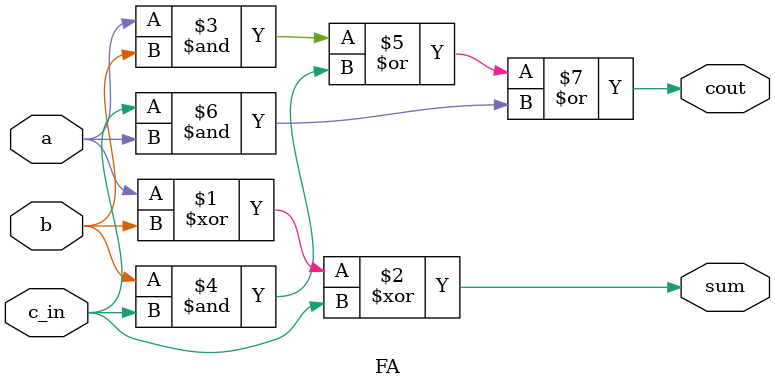
<source format=v>


module BPA_N#(parameter N = 512,
                   parameter M = 4)
  (input clk,
   input [N-1:0] A,B,
   output reg [N-1:0] Sum,
  output reg Cout);
  
  reg [N-1:0] A_in, B_in;
  
  wire [N-1:0] S;
  wire [N/M:0] C; 
  
  assign C[0] = 1'b0;
  assign C_out = C[N/M];
  
  always@(posedge clk)
    begin
      A_in<=A;
      B_in<=B;
      Sum<=S;
      Cout<=C_out;
    end
  
  genvar j;
  generate
    for(j=0;j<N/M;j=j+1)
      begin:bpa
        BPA_M #(M) BPA_1 (.A(A_in[(j+1)*M-1:j*M]), .B(B_in[(j+1)*M-1:j*M]), .S(S[(j+1)*M-1:j*M]), .C_in(C[j]), .C_mux_out(C[j+1]));
      end
  endgenerate
  
endmodule


module BPA_M#(parameter M = 4)
  (input [M-1:0] A, B,
  input C_in,
   output [M-1:0] S,
  output C_mux_out);
  
  wire [M-1:0] P_i;
  wire P_f;
  wire C_M_1;
  
  assign P_i =  A^B;
  assign P_f = &P_i;
  
  assign C_mux_out = P_f?C_in:C_M_1;
  
  
  FA_M #(M) fa_4_1(.A(A), .B(B), .C_in(C_in), .S(S), .Cout(C_M_1));
  
endmodule
  

module FA_M #(parameter M = 4)
  (input [M-1:0] A,B,
  input C_in,
   output [M-1:0] S,
   output Cout);
  
  wire [M:0]C;
  
  assign C[0] = C_in;
  assign Cout = C[M];
  
  genvar i;
  generate 
    for(i=0;i<M;i=i+1)
      begin:
        ripple
        FA fa_1(.a(A[i]),.b(B[i]),.c_in(C[i]),.sum(S[i]),.cout(C[i+1]));
      end
  endgenerate
endmodule


  
module FA (input a,b,c_in,
           output sum,cout);
  
 assign sum=a^b^c_in;
 assign cout=a&b|b&c_in|c_in&a;
  
endmodule


</source>
